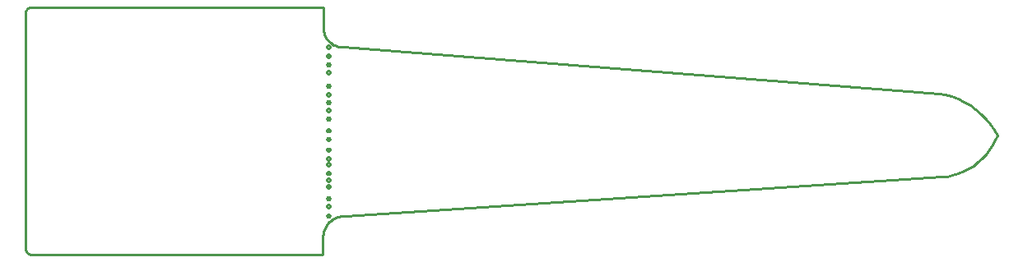
<source format=gbr>
G04 EAGLE Gerber RS-274X export*
G75*
%MOMM*%
%FSLAX34Y34*%
%LPD*%
%IN*%
%IPPOS*%
%AMOC8*
5,1,8,0,0,1.08239X$1,22.5*%
G01*
%ADD10C,0.254000*%


D10*
X8500Y10000D02*
X8523Y9477D01*
X8591Y8958D01*
X8704Y8447D01*
X8862Y7948D01*
X9062Y7464D01*
X9304Y7000D01*
X9585Y6559D01*
X9904Y6143D01*
X10257Y5757D01*
X10643Y5404D01*
X11059Y5085D01*
X11500Y4804D01*
X11964Y4562D01*
X12448Y4362D01*
X12947Y4204D01*
X13458Y4091D01*
X13977Y4023D01*
X14500Y4000D01*
X314250Y4000D01*
X314250Y21500D01*
X314336Y23461D01*
X314592Y25407D01*
X315017Y27323D01*
X315607Y29195D01*
X316358Y31009D01*
X317264Y32750D01*
X318319Y34405D01*
X319514Y35963D01*
X320840Y37410D01*
X322287Y38736D01*
X323845Y39931D01*
X325500Y40986D01*
X327241Y41892D01*
X329055Y42643D01*
X330927Y43233D01*
X332843Y43658D01*
X334789Y43914D01*
X336750Y44000D01*
X338000Y44000D01*
X950500Y84000D01*
X956352Y84723D01*
X962120Y85952D01*
X967758Y87680D01*
X973224Y89893D01*
X978476Y92573D01*
X983475Y95701D01*
X988182Y99253D01*
X992561Y103202D01*
X996580Y107517D01*
X1000208Y112166D01*
X1003416Y117114D01*
X1006181Y122323D01*
X1008000Y126500D01*
X1004555Y132677D01*
X1000585Y138531D01*
X996119Y144016D01*
X991193Y149092D01*
X985843Y153718D01*
X980110Y157861D01*
X974037Y161488D01*
X967672Y164573D01*
X961062Y167090D01*
X954258Y169022D01*
X948000Y170250D01*
X335500Y217750D01*
X333733Y217783D01*
X331976Y217971D01*
X330242Y218311D01*
X328544Y218800D01*
X326895Y219436D01*
X325308Y220213D01*
X323795Y221125D01*
X322367Y222166D01*
X321035Y223328D01*
X319809Y224601D01*
X318699Y225976D01*
X317713Y227442D01*
X316859Y228989D01*
X316142Y230604D01*
X315569Y232276D01*
X315144Y233991D01*
X314871Y235737D01*
X314750Y237500D01*
X314750Y258750D01*
X13750Y258750D01*
X13292Y258730D01*
X12838Y258670D01*
X12391Y258571D01*
X11954Y258433D01*
X11531Y258258D01*
X11125Y258047D01*
X10739Y257801D01*
X10375Y257522D01*
X10038Y257212D01*
X9728Y256875D01*
X9449Y256511D01*
X9203Y256125D01*
X8992Y255719D01*
X8817Y255296D01*
X8679Y254859D01*
X8580Y254412D01*
X8520Y253958D01*
X8500Y253500D01*
X8500Y10000D01*
X321500Y43852D02*
X321442Y43562D01*
X321329Y43289D01*
X321165Y43044D01*
X320956Y42835D01*
X320711Y42671D01*
X320438Y42558D01*
X320148Y42500D01*
X319852Y42500D01*
X319562Y42558D01*
X319289Y42671D01*
X319044Y42835D01*
X318835Y43044D01*
X318671Y43289D01*
X318558Y43562D01*
X318500Y43852D01*
X318500Y44148D01*
X318558Y44438D01*
X318671Y44711D01*
X318835Y44956D01*
X319044Y45165D01*
X319289Y45329D01*
X319562Y45442D01*
X319852Y45500D01*
X320148Y45500D01*
X320438Y45442D01*
X320711Y45329D01*
X320956Y45165D01*
X321165Y44956D01*
X321329Y44711D01*
X321442Y44438D01*
X321500Y44148D01*
X321500Y43852D01*
X321500Y53852D02*
X321442Y53562D01*
X321329Y53289D01*
X321165Y53044D01*
X320956Y52835D01*
X320711Y52671D01*
X320438Y52558D01*
X320148Y52500D01*
X319852Y52500D01*
X319562Y52558D01*
X319289Y52671D01*
X319044Y52835D01*
X318835Y53044D01*
X318671Y53289D01*
X318558Y53562D01*
X318500Y53852D01*
X318500Y54148D01*
X318558Y54438D01*
X318671Y54711D01*
X318835Y54956D01*
X319044Y55165D01*
X319289Y55329D01*
X319562Y55442D01*
X319852Y55500D01*
X320148Y55500D01*
X320438Y55442D01*
X320711Y55329D01*
X320956Y55165D01*
X321165Y54956D01*
X321329Y54711D01*
X321442Y54438D01*
X321500Y54148D01*
X321500Y53852D01*
X321500Y61852D02*
X321442Y61562D01*
X321329Y61289D01*
X321165Y61044D01*
X320956Y60835D01*
X320711Y60671D01*
X320438Y60558D01*
X320148Y60500D01*
X319852Y60500D01*
X319562Y60558D01*
X319289Y60671D01*
X319044Y60835D01*
X318835Y61044D01*
X318671Y61289D01*
X318558Y61562D01*
X318500Y61852D01*
X318500Y62148D01*
X318558Y62438D01*
X318671Y62711D01*
X318835Y62956D01*
X319044Y63165D01*
X319289Y63329D01*
X319562Y63442D01*
X319852Y63500D01*
X320148Y63500D01*
X320438Y63442D01*
X320711Y63329D01*
X320956Y63165D01*
X321165Y62956D01*
X321329Y62711D01*
X321442Y62438D01*
X321500Y62148D01*
X321500Y61852D01*
X321500Y73852D02*
X321442Y73562D01*
X321329Y73289D01*
X321165Y73044D01*
X320956Y72835D01*
X320711Y72671D01*
X320438Y72558D01*
X320148Y72500D01*
X319852Y72500D01*
X319562Y72558D01*
X319289Y72671D01*
X319044Y72835D01*
X318835Y73044D01*
X318671Y73289D01*
X318558Y73562D01*
X318500Y73852D01*
X318500Y74148D01*
X318558Y74438D01*
X318671Y74711D01*
X318835Y74956D01*
X319044Y75165D01*
X319289Y75329D01*
X319562Y75442D01*
X319852Y75500D01*
X320148Y75500D01*
X320438Y75442D01*
X320711Y75329D01*
X320956Y75165D01*
X321165Y74956D01*
X321329Y74711D01*
X321442Y74438D01*
X321500Y74148D01*
X321500Y73852D01*
X321500Y80852D02*
X321442Y80562D01*
X321329Y80289D01*
X321165Y80044D01*
X320956Y79835D01*
X320711Y79671D01*
X320438Y79558D01*
X320148Y79500D01*
X319852Y79500D01*
X319562Y79558D01*
X319289Y79671D01*
X319044Y79835D01*
X318835Y80044D01*
X318671Y80289D01*
X318558Y80562D01*
X318500Y80852D01*
X318500Y81148D01*
X318558Y81438D01*
X318671Y81711D01*
X318835Y81956D01*
X319044Y82165D01*
X319289Y82329D01*
X319562Y82442D01*
X319852Y82500D01*
X320148Y82500D01*
X320438Y82442D01*
X320711Y82329D01*
X320956Y82165D01*
X321165Y81956D01*
X321329Y81711D01*
X321442Y81438D01*
X321500Y81148D01*
X321500Y80852D01*
X321500Y87852D02*
X321442Y87562D01*
X321329Y87289D01*
X321165Y87044D01*
X320956Y86835D01*
X320711Y86671D01*
X320438Y86558D01*
X320148Y86500D01*
X319852Y86500D01*
X319562Y86558D01*
X319289Y86671D01*
X319044Y86835D01*
X318835Y87044D01*
X318671Y87289D01*
X318558Y87562D01*
X318500Y87852D01*
X318500Y88148D01*
X318558Y88438D01*
X318671Y88711D01*
X318835Y88956D01*
X319044Y89165D01*
X319289Y89329D01*
X319562Y89442D01*
X319852Y89500D01*
X320148Y89500D01*
X320438Y89442D01*
X320711Y89329D01*
X320956Y89165D01*
X321165Y88956D01*
X321329Y88711D01*
X321442Y88438D01*
X321500Y88148D01*
X321500Y87852D01*
X321500Y96852D02*
X321442Y96562D01*
X321329Y96289D01*
X321165Y96044D01*
X320956Y95835D01*
X320711Y95671D01*
X320438Y95558D01*
X320148Y95500D01*
X319852Y95500D01*
X319562Y95558D01*
X319289Y95671D01*
X319044Y95835D01*
X318835Y96044D01*
X318671Y96289D01*
X318558Y96562D01*
X318500Y96852D01*
X318500Y97148D01*
X318558Y97438D01*
X318671Y97711D01*
X318835Y97956D01*
X319044Y98165D01*
X319289Y98329D01*
X319562Y98442D01*
X319852Y98500D01*
X320148Y98500D01*
X320438Y98442D01*
X320711Y98329D01*
X320956Y98165D01*
X321165Y97956D01*
X321329Y97711D01*
X321442Y97438D01*
X321500Y97148D01*
X321500Y96852D01*
X321500Y102852D02*
X321442Y102562D01*
X321329Y102289D01*
X321165Y102044D01*
X320956Y101835D01*
X320711Y101671D01*
X320438Y101558D01*
X320148Y101500D01*
X319852Y101500D01*
X319562Y101558D01*
X319289Y101671D01*
X319044Y101835D01*
X318835Y102044D01*
X318671Y102289D01*
X318558Y102562D01*
X318500Y102852D01*
X318500Y103148D01*
X318558Y103438D01*
X318671Y103711D01*
X318835Y103956D01*
X319044Y104165D01*
X319289Y104329D01*
X319562Y104442D01*
X319852Y104500D01*
X320148Y104500D01*
X320438Y104442D01*
X320711Y104329D01*
X320956Y104165D01*
X321165Y103956D01*
X321329Y103711D01*
X321442Y103438D01*
X321500Y103148D01*
X321500Y102852D01*
X321500Y111852D02*
X321442Y111562D01*
X321329Y111289D01*
X321165Y111044D01*
X320956Y110835D01*
X320711Y110671D01*
X320438Y110558D01*
X320148Y110500D01*
X319852Y110500D01*
X319562Y110558D01*
X319289Y110671D01*
X319044Y110835D01*
X318835Y111044D01*
X318671Y111289D01*
X318558Y111562D01*
X318500Y111852D01*
X318500Y112148D01*
X318558Y112438D01*
X318671Y112711D01*
X318835Y112956D01*
X319044Y113165D01*
X319289Y113329D01*
X319562Y113442D01*
X319852Y113500D01*
X320148Y113500D01*
X320438Y113442D01*
X320711Y113329D01*
X320956Y113165D01*
X321165Y112956D01*
X321329Y112711D01*
X321442Y112438D01*
X321500Y112148D01*
X321500Y111852D01*
X321500Y122852D02*
X321442Y122562D01*
X321329Y122289D01*
X321165Y122044D01*
X320956Y121835D01*
X320711Y121671D01*
X320438Y121558D01*
X320148Y121500D01*
X319852Y121500D01*
X319562Y121558D01*
X319289Y121671D01*
X319044Y121835D01*
X318835Y122044D01*
X318671Y122289D01*
X318558Y122562D01*
X318500Y122852D01*
X318500Y123148D01*
X318558Y123438D01*
X318671Y123711D01*
X318835Y123956D01*
X319044Y124165D01*
X319289Y124329D01*
X319562Y124442D01*
X319852Y124500D01*
X320148Y124500D01*
X320438Y124442D01*
X320711Y124329D01*
X320956Y124165D01*
X321165Y123956D01*
X321329Y123711D01*
X321442Y123438D01*
X321500Y123148D01*
X321500Y122852D01*
X321500Y131852D02*
X321442Y131562D01*
X321329Y131289D01*
X321165Y131044D01*
X320956Y130835D01*
X320711Y130671D01*
X320438Y130558D01*
X320148Y130500D01*
X319852Y130500D01*
X319562Y130558D01*
X319289Y130671D01*
X319044Y130835D01*
X318835Y131044D01*
X318671Y131289D01*
X318558Y131562D01*
X318500Y131852D01*
X318500Y132148D01*
X318558Y132438D01*
X318671Y132711D01*
X318835Y132956D01*
X319044Y133165D01*
X319289Y133329D01*
X319562Y133442D01*
X319852Y133500D01*
X320148Y133500D01*
X320438Y133442D01*
X320711Y133329D01*
X320956Y133165D01*
X321165Y132956D01*
X321329Y132711D01*
X321442Y132438D01*
X321500Y132148D01*
X321500Y131852D01*
X321500Y143852D02*
X321442Y143562D01*
X321329Y143289D01*
X321165Y143044D01*
X320956Y142835D01*
X320711Y142671D01*
X320438Y142558D01*
X320148Y142500D01*
X319852Y142500D01*
X319562Y142558D01*
X319289Y142671D01*
X319044Y142835D01*
X318835Y143044D01*
X318671Y143289D01*
X318558Y143562D01*
X318500Y143852D01*
X318500Y144148D01*
X318558Y144438D01*
X318671Y144711D01*
X318835Y144956D01*
X319044Y145165D01*
X319289Y145329D01*
X319562Y145442D01*
X319852Y145500D01*
X320148Y145500D01*
X320438Y145442D01*
X320711Y145329D01*
X320956Y145165D01*
X321165Y144956D01*
X321329Y144711D01*
X321442Y144438D01*
X321500Y144148D01*
X321500Y143852D01*
X321500Y152852D02*
X321442Y152562D01*
X321329Y152289D01*
X321165Y152044D01*
X320956Y151835D01*
X320711Y151671D01*
X320438Y151558D01*
X320148Y151500D01*
X319852Y151500D01*
X319562Y151558D01*
X319289Y151671D01*
X319044Y151835D01*
X318835Y152044D01*
X318671Y152289D01*
X318558Y152562D01*
X318500Y152852D01*
X318500Y153148D01*
X318558Y153438D01*
X318671Y153711D01*
X318835Y153956D01*
X319044Y154165D01*
X319289Y154329D01*
X319562Y154442D01*
X319852Y154500D01*
X320148Y154500D01*
X320438Y154442D01*
X320711Y154329D01*
X320956Y154165D01*
X321165Y153956D01*
X321329Y153711D01*
X321442Y153438D01*
X321500Y153148D01*
X321500Y152852D01*
X321500Y160852D02*
X321442Y160562D01*
X321329Y160289D01*
X321165Y160044D01*
X320956Y159835D01*
X320711Y159671D01*
X320438Y159558D01*
X320148Y159500D01*
X319852Y159500D01*
X319562Y159558D01*
X319289Y159671D01*
X319044Y159835D01*
X318835Y160044D01*
X318671Y160289D01*
X318558Y160562D01*
X318500Y160852D01*
X318500Y161148D01*
X318558Y161438D01*
X318671Y161711D01*
X318835Y161956D01*
X319044Y162165D01*
X319289Y162329D01*
X319562Y162442D01*
X319852Y162500D01*
X320148Y162500D01*
X320438Y162442D01*
X320711Y162329D01*
X320956Y162165D01*
X321165Y161956D01*
X321329Y161711D01*
X321442Y161438D01*
X321500Y161148D01*
X321500Y160852D01*
X321500Y168852D02*
X321442Y168562D01*
X321329Y168289D01*
X321165Y168044D01*
X320956Y167835D01*
X320711Y167671D01*
X320438Y167558D01*
X320148Y167500D01*
X319852Y167500D01*
X319562Y167558D01*
X319289Y167671D01*
X319044Y167835D01*
X318835Y168044D01*
X318671Y168289D01*
X318558Y168562D01*
X318500Y168852D01*
X318500Y169148D01*
X318558Y169438D01*
X318671Y169711D01*
X318835Y169956D01*
X319044Y170165D01*
X319289Y170329D01*
X319562Y170442D01*
X319852Y170500D01*
X320148Y170500D01*
X320438Y170442D01*
X320711Y170329D01*
X320956Y170165D01*
X321165Y169956D01*
X321329Y169711D01*
X321442Y169438D01*
X321500Y169148D01*
X321500Y168852D01*
X321500Y177852D02*
X321442Y177562D01*
X321329Y177289D01*
X321165Y177044D01*
X320956Y176835D01*
X320711Y176671D01*
X320438Y176558D01*
X320148Y176500D01*
X319852Y176500D01*
X319562Y176558D01*
X319289Y176671D01*
X319044Y176835D01*
X318835Y177044D01*
X318671Y177289D01*
X318558Y177562D01*
X318500Y177852D01*
X318500Y178148D01*
X318558Y178438D01*
X318671Y178711D01*
X318835Y178956D01*
X319044Y179165D01*
X319289Y179329D01*
X319562Y179442D01*
X319852Y179500D01*
X320148Y179500D01*
X320438Y179442D01*
X320711Y179329D01*
X320956Y179165D01*
X321165Y178956D01*
X321329Y178711D01*
X321442Y178438D01*
X321500Y178148D01*
X321500Y177852D01*
X321500Y191852D02*
X321442Y191562D01*
X321329Y191289D01*
X321165Y191044D01*
X320956Y190835D01*
X320711Y190671D01*
X320438Y190558D01*
X320148Y190500D01*
X319852Y190500D01*
X319562Y190558D01*
X319289Y190671D01*
X319044Y190835D01*
X318835Y191044D01*
X318671Y191289D01*
X318558Y191562D01*
X318500Y191852D01*
X318500Y192148D01*
X318558Y192438D01*
X318671Y192711D01*
X318835Y192956D01*
X319044Y193165D01*
X319289Y193329D01*
X319562Y193442D01*
X319852Y193500D01*
X320148Y193500D01*
X320438Y193442D01*
X320711Y193329D01*
X320956Y193165D01*
X321165Y192956D01*
X321329Y192711D01*
X321442Y192438D01*
X321500Y192148D01*
X321500Y191852D01*
X321500Y199852D02*
X321442Y199562D01*
X321329Y199289D01*
X321165Y199044D01*
X320956Y198835D01*
X320711Y198671D01*
X320438Y198558D01*
X320148Y198500D01*
X319852Y198500D01*
X319562Y198558D01*
X319289Y198671D01*
X319044Y198835D01*
X318835Y199044D01*
X318671Y199289D01*
X318558Y199562D01*
X318500Y199852D01*
X318500Y200148D01*
X318558Y200438D01*
X318671Y200711D01*
X318835Y200956D01*
X319044Y201165D01*
X319289Y201329D01*
X319562Y201442D01*
X319852Y201500D01*
X320148Y201500D01*
X320438Y201442D01*
X320711Y201329D01*
X320956Y201165D01*
X321165Y200956D01*
X321329Y200711D01*
X321442Y200438D01*
X321500Y200148D01*
X321500Y199852D01*
X321500Y208852D02*
X321442Y208562D01*
X321329Y208289D01*
X321165Y208044D01*
X320956Y207835D01*
X320711Y207671D01*
X320438Y207558D01*
X320148Y207500D01*
X319852Y207500D01*
X319562Y207558D01*
X319289Y207671D01*
X319044Y207835D01*
X318835Y208044D01*
X318671Y208289D01*
X318558Y208562D01*
X318500Y208852D01*
X318500Y209148D01*
X318558Y209438D01*
X318671Y209711D01*
X318835Y209956D01*
X319044Y210165D01*
X319289Y210329D01*
X319562Y210442D01*
X319852Y210500D01*
X320148Y210500D01*
X320438Y210442D01*
X320711Y210329D01*
X320956Y210165D01*
X321165Y209956D01*
X321329Y209711D01*
X321442Y209438D01*
X321500Y209148D01*
X321500Y208852D01*
X321500Y217852D02*
X321442Y217562D01*
X321329Y217289D01*
X321165Y217044D01*
X320956Y216835D01*
X320711Y216671D01*
X320438Y216558D01*
X320148Y216500D01*
X319852Y216500D01*
X319562Y216558D01*
X319289Y216671D01*
X319044Y216835D01*
X318835Y217044D01*
X318671Y217289D01*
X318558Y217562D01*
X318500Y217852D01*
X318500Y218148D01*
X318558Y218438D01*
X318671Y218711D01*
X318835Y218956D01*
X319044Y219165D01*
X319289Y219329D01*
X319562Y219442D01*
X319852Y219500D01*
X320148Y219500D01*
X320438Y219442D01*
X320711Y219329D01*
X320956Y219165D01*
X321165Y218956D01*
X321329Y218711D01*
X321442Y218438D01*
X321500Y218148D01*
X321500Y217852D01*
M02*

</source>
